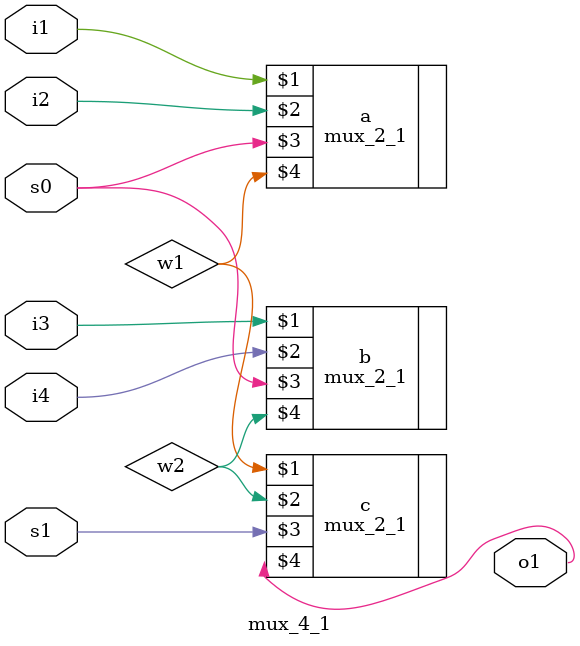
<source format=v>
`timescale 1ns / 1ps
`ifndef mux_4_1
`define mux_4_1

`include "mux_2_1.v"

module mux_4_1(
    input i1,
    input i2,
    input i3,
    input i4,
    input s1,
    input s0,
    output o1
    );
	 
	 mux_2_1 a (i1, i2, s0, w1);
	 mux_2_1 b (i3, i4, s0, w2);
	 mux_2_1 c (w1, w2, s1, o1);


endmodule

`endif 
</source>
